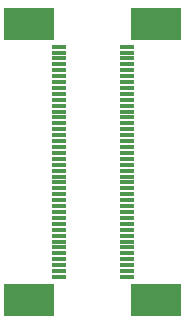
<source format=gts>
G04*
G04 #@! TF.GenerationSoftware,Altium Limited,Altium Designer,18.1.9 (240)*
G04*
G04 Layer_Color=8388736*
%FSLAX44Y44*%
%MOMM*%
G71*
G01*
G75*
%ADD13R,1.3000X0.4000*%
%ADD14R,4.2000X2.8000*%
D13*
X110100Y40000D02*
D03*
Y45002D02*
D03*
Y50000D02*
D03*
Y55002D02*
D03*
Y60000D02*
D03*
Y65002D02*
D03*
Y70000D02*
D03*
Y75002D02*
D03*
Y80000D02*
D03*
Y85001D02*
D03*
Y90000D02*
D03*
Y95001D02*
D03*
Y100000D02*
D03*
Y105001D02*
D03*
Y110000D02*
D03*
Y115001D02*
D03*
Y120000D02*
D03*
Y125001D02*
D03*
Y130000D02*
D03*
Y135001D02*
D03*
Y140000D02*
D03*
Y145001D02*
D03*
Y150000D02*
D03*
Y155001D02*
D03*
Y160000D02*
D03*
Y165001D02*
D03*
Y170000D02*
D03*
Y175001D02*
D03*
Y180000D02*
D03*
Y185001D02*
D03*
Y190000D02*
D03*
Y195001D02*
D03*
Y200000D02*
D03*
Y205001D02*
D03*
Y210000D02*
D03*
Y215001D02*
D03*
Y220000D02*
D03*
Y225001D02*
D03*
Y230000D02*
D03*
Y235001D02*
D03*
X52400Y235001D02*
D03*
Y229999D02*
D03*
Y225001D02*
D03*
Y219999D02*
D03*
Y215001D02*
D03*
Y209999D02*
D03*
Y205001D02*
D03*
Y199999D02*
D03*
Y195001D02*
D03*
Y189999D02*
D03*
Y185001D02*
D03*
Y180000D02*
D03*
Y175001D02*
D03*
Y170000D02*
D03*
Y165001D02*
D03*
Y160000D02*
D03*
Y155001D02*
D03*
Y150000D02*
D03*
Y145001D02*
D03*
Y140000D02*
D03*
Y135001D02*
D03*
Y130000D02*
D03*
Y125001D02*
D03*
Y120000D02*
D03*
Y115001D02*
D03*
Y110000D02*
D03*
Y105001D02*
D03*
Y100000D02*
D03*
Y95001D02*
D03*
Y90000D02*
D03*
Y85001D02*
D03*
Y80000D02*
D03*
Y75001D02*
D03*
Y70000D02*
D03*
Y65001D02*
D03*
Y60000D02*
D03*
Y55001D02*
D03*
Y50000D02*
D03*
Y45001D02*
D03*
Y40000D02*
D03*
D14*
X135000Y20701D02*
D03*
Y254300D02*
D03*
X27500Y254300D02*
D03*
Y20701D02*
D03*
M02*

</source>
